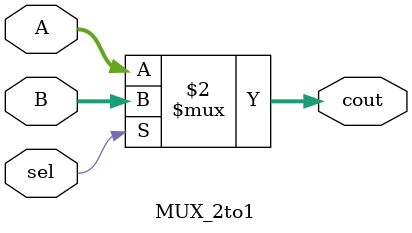
<source format=v>


module MUX_2to1 #(
    parameter N = 8
) (
    A,B,sel,cout
);

input [N-1:0] A,B;
input sel;
output [N-1:0] cout;


reg nsel;
wire [N-1:0] t0,t1;

assign nsel = !sel;

assign cout = nsel ? A:B;

// assign t0 = nsel & A;
// assign t1 = sel & B;

// assign cout = t0 | t1;

endmodule
</source>
